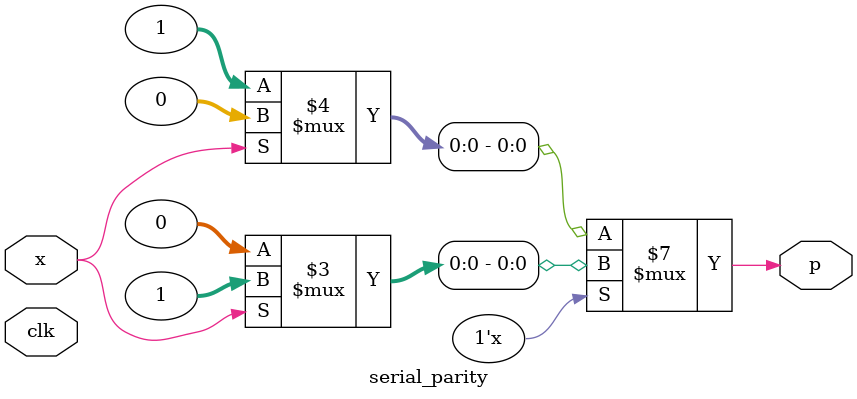
<source format=v>
module serial_parity(input x, input clk, output p);//x is the input bit.
                                            //p is the parity.
reg p;

initial begin
  p = 1'b0;//initial parity is even.
end

always @(x or clk) //both clock and input are in synchronization. 
  // It makes no difference if we take one of them or both them here.
  begin //The functionality of the module.
    if(p == 1'b0) begin 
       //if parity is even and we receive a 1 parity becomes odd
      p = x ? 1 : 0;
    end
    else begin
       //if parity is odd and we receive a 1 parity becomes even
      p = x ? 0 : 1;
    end
  end
endmodule



</source>
